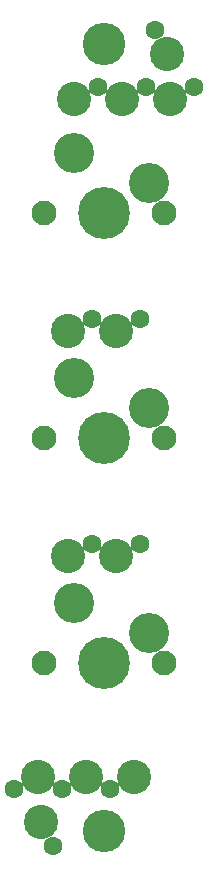
<source format=gbs>
%TF.GenerationSoftware,KiCad,Pcbnew,5.0.0+dfsg1-2*%
%TF.CreationDate,2019-02-10T19:26:03+01:00*%
%TF.ProjectId,yatara-puno-mx-3,7961746172612D70756E6F2D6D782D33,0.2*%
%TF.SameCoordinates,Original*%
%TF.FileFunction,Soldermask,Bot*%
%TF.FilePolarity,Negative*%
%FSLAX46Y46*%
G04 Gerber Fmt 4.6, Leading zero omitted, Abs format (unit mm)*
G04 Created by KiCad (PCBNEW 5.0.0+dfsg1-2) date Sun Feb 10 19:26:03 2019*
%MOMM*%
%LPD*%
G01*
G04 APERTURE LIST*
%ADD10C,2.900000*%
%ADD11C,3.400000*%
%ADD12C,2.100000*%
%ADD13C,4.400000*%
%ADD14C,1.600000*%
%ADD15C,3.600000*%
G04 APERTURE END LIST*
D10*
X71460000Y-33398000D03*
X79588000Y-33398000D03*
X75524000Y-33398000D03*
D11*
X77810000Y-40510000D03*
X71460000Y-37970000D03*
D12*
X68920000Y-43050000D03*
X79080000Y-43050000D03*
D13*
X74000000Y-43050000D03*
D11*
X77810000Y-78610000D03*
X71460000Y-76070000D03*
D12*
X68920000Y-81150000D03*
X79080000Y-81150000D03*
D13*
X74000000Y-81150000D03*
X74000000Y-62100000D03*
D12*
X79080000Y-62100000D03*
X68920000Y-62100000D03*
D11*
X71460000Y-57020000D03*
X77810000Y-59560000D03*
D10*
X76538000Y-90802000D03*
X72476000Y-90802000D03*
X68410000Y-90802000D03*
X79334000Y-29588000D03*
X68664000Y-94612000D03*
X75016000Y-72133000D03*
X70952000Y-53083000D03*
X75016000Y-53083000D03*
X70952000Y-72133000D03*
D14*
X77048000Y-52067000D03*
X72984000Y-52067000D03*
X77048000Y-71117000D03*
X72984000Y-71117000D03*
X69682000Y-96644000D03*
X66380000Y-91818000D03*
X74508000Y-91818000D03*
X70444000Y-91818000D03*
X81620000Y-32382000D03*
X77556000Y-32382000D03*
X73492000Y-32382000D03*
D15*
X74000000Y-95437500D03*
X74000000Y-28762500D03*
D14*
X78318000Y-27556000D03*
M02*

</source>
